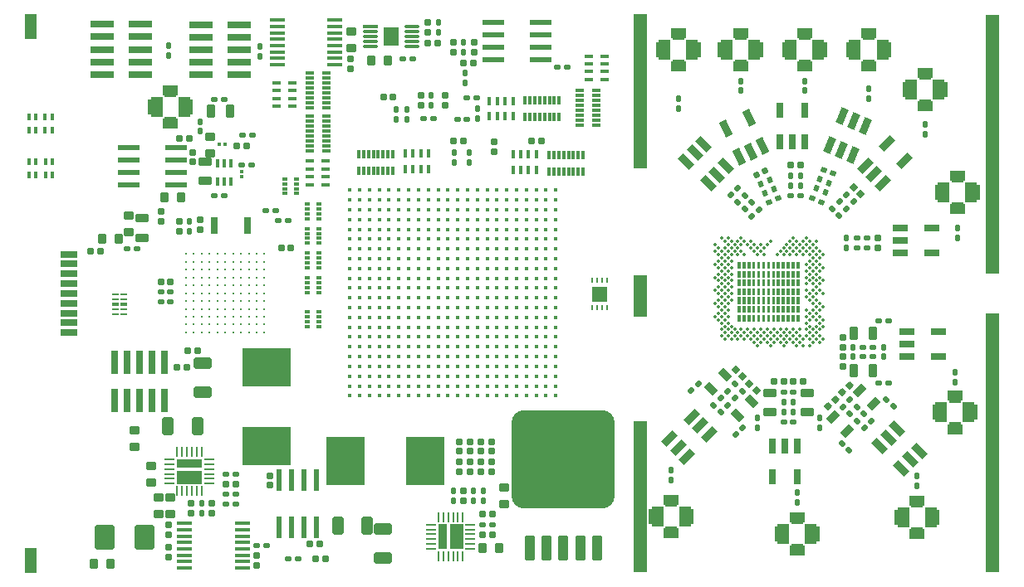
<source format=gtp>
G04 Layer_Color=8421504*
%FSLAX44Y44*%
%MOMM*%
G71*
G01*
G75*
G04:AMPARAMS|DCode=18|XSize=0.7mm|YSize=0.4mm|CornerRadius=0.05mm|HoleSize=0mm|Usage=FLASHONLY|Rotation=270.000|XOffset=0mm|YOffset=0mm|HoleType=Round|Shape=RoundedRectangle|*
%AMROUNDEDRECTD18*
21,1,0.7000,0.3000,0,0,270.0*
21,1,0.6000,0.4000,0,0,270.0*
1,1,0.1000,-0.1500,-0.3000*
1,1,0.1000,-0.1500,0.3000*
1,1,0.1000,0.1500,0.3000*
1,1,0.1000,0.1500,-0.3000*
%
%ADD18ROUNDEDRECTD18*%
%ADD19R,1.5500X1.0000*%
%ADD20R,1.2000X1.6000*%
%ADD21R,1.2000X1.2000*%
%ADD22R,1.2000X2.1500*%
G04:AMPARAMS|DCode=23|XSize=0.6mm|YSize=0.6mm|CornerRadius=0.06mm|HoleSize=0mm|Usage=FLASHONLY|Rotation=0.000|XOffset=0mm|YOffset=0mm|HoleType=Round|Shape=RoundedRectangle|*
%AMROUNDEDRECTD23*
21,1,0.6000,0.4800,0,0,0.0*
21,1,0.4800,0.6000,0,0,0.0*
1,1,0.1200,0.2400,-0.2400*
1,1,0.1200,-0.2400,-0.2400*
1,1,0.1200,-0.2400,0.2400*
1,1,0.1200,0.2400,0.2400*
%
%ADD23ROUNDEDRECTD23*%
G04:AMPARAMS|DCode=24|XSize=1mm|YSize=0.9mm|CornerRadius=0.1125mm|HoleSize=0mm|Usage=FLASHONLY|Rotation=0.000|XOffset=0mm|YOffset=0mm|HoleType=Round|Shape=RoundedRectangle|*
%AMROUNDEDRECTD24*
21,1,1.0000,0.6750,0,0,0.0*
21,1,0.7750,0.9000,0,0,0.0*
1,1,0.2250,0.3875,-0.3375*
1,1,0.2250,-0.3875,-0.3375*
1,1,0.2250,-0.3875,0.3375*
1,1,0.2250,0.3875,0.3375*
%
%ADD24ROUNDEDRECTD24*%
G04:AMPARAMS|DCode=25|XSize=1mm|YSize=0.9mm|CornerRadius=0.1125mm|HoleSize=0mm|Usage=FLASHONLY|Rotation=270.000|XOffset=0mm|YOffset=0mm|HoleType=Round|Shape=RoundedRectangle|*
%AMROUNDEDRECTD25*
21,1,1.0000,0.6750,0,0,270.0*
21,1,0.7750,0.9000,0,0,270.0*
1,1,0.2250,-0.3375,-0.3875*
1,1,0.2250,-0.3375,0.3875*
1,1,0.2250,0.3375,0.3875*
1,1,0.2250,0.3375,-0.3875*
%
%ADD25ROUNDEDRECTD25*%
%ADD26R,0.4000X0.8500*%
G04:AMPARAMS|DCode=27|XSize=0.6mm|YSize=0.6mm|CornerRadius=0.06mm|HoleSize=0mm|Usage=FLASHONLY|Rotation=90.000|XOffset=0mm|YOffset=0mm|HoleType=Round|Shape=RoundedRectangle|*
%AMROUNDEDRECTD27*
21,1,0.6000,0.4800,0,0,90.0*
21,1,0.4800,0.6000,0,0,90.0*
1,1,0.1200,0.2400,0.2400*
1,1,0.1200,0.2400,-0.2400*
1,1,0.1200,-0.2400,-0.2400*
1,1,0.1200,-0.2400,0.2400*
%
%ADD27ROUNDEDRECTD27*%
%ADD28R,2.2000X0.5500*%
%ADD29R,1.5000X0.3500*%
%ADD30R,0.5500X2.2000*%
%ADD31R,1.3000X2.6000*%
G04:AMPARAMS|DCode=32|XSize=0.5mm|YSize=0.6mm|CornerRadius=0.05mm|HoleSize=0mm|Usage=FLASHONLY|Rotation=270.000|XOffset=0mm|YOffset=0mm|HoleType=Round|Shape=RoundedRectangle|*
%AMROUNDEDRECTD32*
21,1,0.5000,0.5000,0,0,270.0*
21,1,0.4000,0.6000,0,0,270.0*
1,1,0.1000,-0.2500,-0.2000*
1,1,0.1000,-0.2500,0.2000*
1,1,0.1000,0.2500,0.2000*
1,1,0.1000,0.2500,-0.2000*
%
%ADD32ROUNDEDRECTD32*%
G04:AMPARAMS|DCode=33|XSize=0.5mm|YSize=0.6mm|CornerRadius=0.05mm|HoleSize=0mm|Usage=FLASHONLY|Rotation=0.000|XOffset=0mm|YOffset=0mm|HoleType=Round|Shape=RoundedRectangle|*
%AMROUNDEDRECTD33*
21,1,0.5000,0.5000,0,0,0.0*
21,1,0.4000,0.6000,0,0,0.0*
1,1,0.1000,0.2000,-0.2500*
1,1,0.1000,-0.2000,-0.2500*
1,1,0.1000,-0.2000,0.2500*
1,1,0.1000,0.2000,0.2500*
%
%ADD33ROUNDEDRECTD33*%
%ADD34R,2.4000X0.7500*%
%ADD35R,0.7500X2.4000*%
G04:AMPARAMS|DCode=36|XSize=2.5mm|YSize=2mm|CornerRadius=0.25mm|HoleSize=0mm|Usage=FLASHONLY|Rotation=90.000|XOffset=0mm|YOffset=0mm|HoleType=Round|Shape=RoundedRectangle|*
%AMROUNDEDRECTD36*
21,1,2.5000,1.5000,0,0,90.0*
21,1,2.0000,2.0000,0,0,90.0*
1,1,0.5000,0.7500,1.0000*
1,1,0.5000,0.7500,-1.0000*
1,1,0.5000,-0.7500,-1.0000*
1,1,0.5000,-0.7500,1.0000*
%
%ADD36ROUNDEDRECTD36*%
%ADD37R,0.3500X0.3000*%
%ADD38R,0.3000X0.3500*%
%ADD39R,0.2500X0.6250*%
%ADD40R,1.6000X1.6000*%
G04:AMPARAMS|DCode=41|XSize=2.5mm|YSize=1.1mm|CornerRadius=0.1375mm|HoleSize=0mm|Usage=FLASHONLY|Rotation=270.000|XOffset=0mm|YOffset=0mm|HoleType=Round|Shape=RoundedRectangle|*
%AMROUNDEDRECTD41*
21,1,2.5000,0.8250,0,0,270.0*
21,1,2.2250,1.1000,0,0,270.0*
1,1,0.2750,-0.4125,-1.1125*
1,1,0.2750,-0.4125,1.1125*
1,1,0.2750,0.4125,1.1125*
1,1,0.2750,0.4125,-1.1125*
%
%ADD41ROUNDEDRECTD41*%
G04:AMPARAMS|DCode=42|XSize=10mm|YSize=10.5mm|CornerRadius=1.25mm|HoleSize=0mm|Usage=FLASHONLY|Rotation=270.000|XOffset=0mm|YOffset=0mm|HoleType=Round|Shape=RoundedRectangle|*
%AMROUNDEDRECTD42*
21,1,10.0000,8.0000,0,0,270.0*
21,1,7.5000,10.5000,0,0,270.0*
1,1,2.5000,-4.0000,-3.7500*
1,1,2.5000,-4.0000,3.7500*
1,1,2.5000,4.0000,3.7500*
1,1,2.5000,4.0000,-3.7500*
%
%ADD42ROUNDEDRECTD42*%
G04:AMPARAMS|DCode=43|XSize=1.3mm|YSize=0.8mm|CornerRadius=0.1mm|HoleSize=0mm|Usage=FLASHONLY|Rotation=180.000|XOffset=0mm|YOffset=0mm|HoleType=Round|Shape=RoundedRectangle|*
%AMROUNDEDRECTD43*
21,1,1.3000,0.6000,0,0,180.0*
21,1,1.1000,0.8000,0,0,180.0*
1,1,0.2000,-0.5500,0.3000*
1,1,0.2000,0.5500,0.3000*
1,1,0.2000,0.5500,-0.3000*
1,1,0.2000,-0.5500,-0.3000*
%
%ADD43ROUNDEDRECTD43*%
%ADD44R,5.0000X4.0000*%
%ADD45R,2.5500X0.9000*%
%ADD46R,2.5500X1.4000*%
%ADD47R,0.2500X1.0000*%
%ADD48R,1.0000X0.2500*%
G04:AMPARAMS|DCode=49|XSize=1.8mm|YSize=1.15mm|CornerRadius=0.1437mm|HoleSize=0mm|Usage=FLASHONLY|Rotation=0.000|XOffset=0mm|YOffset=0mm|HoleType=Round|Shape=RoundedRectangle|*
%AMROUNDEDRECTD49*
21,1,1.8000,0.8625,0,0,0.0*
21,1,1.5125,1.1500,0,0,0.0*
1,1,0.2875,0.7562,-0.4313*
1,1,0.2875,-0.7562,-0.4313*
1,1,0.2875,-0.7562,0.4313*
1,1,0.2875,0.7562,0.4313*
%
%ADD49ROUNDEDRECTD49*%
G04:AMPARAMS|DCode=50|XSize=1.8mm|YSize=1.15mm|CornerRadius=0.1437mm|HoleSize=0mm|Usage=FLASHONLY|Rotation=90.000|XOffset=0mm|YOffset=0mm|HoleType=Round|Shape=RoundedRectangle|*
%AMROUNDEDRECTD50*
21,1,1.8000,0.8625,0,0,90.0*
21,1,1.5125,1.1500,0,0,90.0*
1,1,0.2875,0.4313,0.7562*
1,1,0.2875,0.4313,-0.7562*
1,1,0.2875,-0.4313,-0.7562*
1,1,0.2875,-0.4313,0.7562*
%
%ADD50ROUNDEDRECTD50*%
G04:AMPARAMS|DCode=51|XSize=1.3mm|YSize=0.8mm|CornerRadius=0.1mm|HoleSize=0mm|Usage=FLASHONLY|Rotation=90.000|XOffset=0mm|YOffset=0mm|HoleType=Round|Shape=RoundedRectangle|*
%AMROUNDEDRECTD51*
21,1,1.3000,0.6000,0,0,90.0*
21,1,1.1000,0.8000,0,0,90.0*
1,1,0.2000,0.3000,0.5500*
1,1,0.2000,0.3000,-0.5500*
1,1,0.2000,-0.3000,-0.5500*
1,1,0.2000,-0.3000,0.5500*
%
%ADD51ROUNDEDRECTD51*%
G04:AMPARAMS|DCode=52|XSize=1.3mm|YSize=0.8mm|CornerRadius=0.1mm|HoleSize=0mm|Usage=FLASHONLY|Rotation=45.000|XOffset=0mm|YOffset=0mm|HoleType=Round|Shape=RoundedRectangle|*
%AMROUNDEDRECTD52*
21,1,1.3000,0.6000,0,0,45.0*
21,1,1.1000,0.8000,0,0,45.0*
1,1,0.2000,0.6010,0.1768*
1,1,0.2000,-0.1768,-0.6010*
1,1,0.2000,-0.6010,-0.1768*
1,1,0.2000,0.1768,0.6010*
%
%ADD52ROUNDEDRECTD52*%
G04:AMPARAMS|DCode=53|XSize=1.3mm|YSize=0.8mm|CornerRadius=0.1mm|HoleSize=0mm|Usage=FLASHONLY|Rotation=315.000|XOffset=0mm|YOffset=0mm|HoleType=Round|Shape=RoundedRectangle|*
%AMROUNDEDRECTD53*
21,1,1.3000,0.6000,0,0,315.0*
21,1,1.1000,0.8000,0,0,315.0*
1,1,0.2000,0.1768,-0.6010*
1,1,0.2000,-0.6010,0.1768*
1,1,0.2000,-0.1768,0.6010*
1,1,0.2000,0.6010,-0.1768*
%
%ADD53ROUNDEDRECTD53*%
G04:AMPARAMS|DCode=54|XSize=0.5mm|YSize=0.6mm|CornerRadius=0.05mm|HoleSize=0mm|Usage=FLASHONLY|Rotation=67.500|XOffset=0mm|YOffset=0mm|HoleType=Round|Shape=RoundedRectangle|*
%AMROUNDEDRECTD54*
21,1,0.5000,0.5000,0,0,67.5*
21,1,0.4000,0.6000,0,0,67.5*
1,1,0.1000,0.3075,0.0891*
1,1,0.1000,0.1544,-0.2804*
1,1,0.1000,-0.3075,-0.0891*
1,1,0.1000,-0.1544,0.2804*
%
%ADD54ROUNDEDRECTD54*%
%ADD55R,0.9500X0.4000*%
%ADD56R,0.4000X0.9500*%
%ADD57R,0.9500X0.3500*%
%ADD58R,0.3500X0.9500*%
%ADD59R,0.9000X2.5500*%
%ADD60R,1.4000X2.5500*%
%ADD61R,4.0000X5.0000*%
%ADD62R,0.6000X0.4500*%
%ADD63R,0.6000X0.3000*%
%ADD64R,0.8000X1.7000*%
G04:AMPARAMS|DCode=65|XSize=0.5mm|YSize=0.6mm|CornerRadius=0.05mm|HoleSize=0mm|Usage=FLASHONLY|Rotation=135.000|XOffset=0mm|YOffset=0mm|HoleType=Round|Shape=RoundedRectangle|*
%AMROUNDEDRECTD65*
21,1,0.5000,0.5000,0,0,135.0*
21,1,0.4000,0.6000,0,0,135.0*
1,1,0.1000,0.0354,0.3182*
1,1,0.1000,0.3182,0.0354*
1,1,0.1000,-0.0354,-0.3182*
1,1,0.1000,-0.3182,-0.0354*
%
%ADD65ROUNDEDRECTD65*%
G04:AMPARAMS|DCode=66|XSize=0.5mm|YSize=0.6mm|CornerRadius=0.05mm|HoleSize=0mm|Usage=FLASHONLY|Rotation=337.500|XOffset=0mm|YOffset=0mm|HoleType=Round|Shape=RoundedRectangle|*
%AMROUNDEDRECTD66*
21,1,0.5000,0.5000,0,0,337.5*
21,1,0.4000,0.6000,0,0,337.5*
1,1,0.1000,0.0891,-0.3075*
1,1,0.1000,-0.2804,-0.1544*
1,1,0.1000,-0.0891,0.3075*
1,1,0.1000,0.2804,0.1544*
%
%ADD66ROUNDEDRECTD66*%
G04:AMPARAMS|DCode=67|XSize=0.76mm|YSize=1.65mm|CornerRadius=0mm|HoleSize=0mm|Usage=FLASHONLY|Rotation=315.000|XOffset=0mm|YOffset=0mm|HoleType=Round|Shape=Rectangle|*
%AMROTATEDRECTD67*
4,1,4,-0.8521,-0.3147,0.3147,0.8521,0.8521,0.3147,-0.3147,-0.8521,-0.8521,-0.3147,0.0*
%
%ADD67ROTATEDRECTD67*%

G04:AMPARAMS|DCode=68|XSize=0.6mm|YSize=0.6mm|CornerRadius=0.06mm|HoleSize=0mm|Usage=FLASHONLY|Rotation=225.000|XOffset=0mm|YOffset=0mm|HoleType=Round|Shape=RoundedRectangle|*
%AMROUNDEDRECTD68*
21,1,0.6000,0.4800,0,0,225.0*
21,1,0.4800,0.6000,0,0,225.0*
1,1,0.1200,-0.3394,0.0000*
1,1,0.1200,0.0000,0.3394*
1,1,0.1200,0.3394,0.0000*
1,1,0.1200,0.0000,-0.3394*
%
%ADD68ROUNDEDRECTD68*%
G04:AMPARAMS|DCode=69|XSize=0.5mm|YSize=0.6mm|CornerRadius=0.05mm|HoleSize=0mm|Usage=FLASHONLY|Rotation=225.000|XOffset=0mm|YOffset=0mm|HoleType=Round|Shape=RoundedRectangle|*
%AMROUNDEDRECTD69*
21,1,0.5000,0.5000,0,0,225.0*
21,1,0.4000,0.6000,0,0,225.0*
1,1,0.1000,-0.3182,0.0354*
1,1,0.1000,-0.0354,0.3182*
1,1,0.1000,0.3182,-0.0354*
1,1,0.1000,0.0354,-0.3182*
%
%ADD69ROUNDEDRECTD69*%
G04:AMPARAMS|DCode=70|XSize=0.5mm|YSize=0.6mm|CornerRadius=0.05mm|HoleSize=0mm|Usage=FLASHONLY|Rotation=25.000|XOffset=0mm|YOffset=0mm|HoleType=Round|Shape=RoundedRectangle|*
%AMROUNDEDRECTD70*
21,1,0.5000,0.5000,0,0,25.0*
21,1,0.4000,0.6000,0,0,25.0*
1,1,0.1000,0.2869,-0.1421*
1,1,0.1000,-0.0756,-0.3111*
1,1,0.1000,-0.2869,0.1421*
1,1,0.1000,0.0756,0.3111*
%
%ADD70ROUNDEDRECTD70*%
G04:AMPARAMS|DCode=71|XSize=0.5mm|YSize=0.6mm|CornerRadius=0.05mm|HoleSize=0mm|Usage=FLASHONLY|Rotation=115.000|XOffset=0mm|YOffset=0mm|HoleType=Round|Shape=RoundedRectangle|*
%AMROUNDEDRECTD71*
21,1,0.5000,0.5000,0,0,115.0*
21,1,0.4000,0.6000,0,0,115.0*
1,1,0.1000,0.1421,0.2869*
1,1,0.1000,0.3111,-0.0756*
1,1,0.1000,-0.1421,-0.2869*
1,1,0.1000,-0.3111,0.0756*
%
%ADD71ROUNDEDRECTD71*%
G04:AMPARAMS|DCode=72|XSize=0.6mm|YSize=0.6mm|CornerRadius=0.06mm|HoleSize=0mm|Usage=FLASHONLY|Rotation=315.000|XOffset=0mm|YOffset=0mm|HoleType=Round|Shape=RoundedRectangle|*
%AMROUNDEDRECTD72*
21,1,0.6000,0.4800,0,0,315.0*
21,1,0.4800,0.6000,0,0,315.0*
1,1,0.1200,0.0000,-0.3394*
1,1,0.1200,-0.3394,0.0000*
1,1,0.1200,0.0000,0.3394*
1,1,0.1200,0.3394,0.0000*
%
%ADD72ROUNDEDRECTD72*%
G04:AMPARAMS|DCode=73|XSize=0.6mm|YSize=0.6mm|CornerRadius=0.06mm|HoleSize=0mm|Usage=FLASHONLY|Rotation=115.000|XOffset=0mm|YOffset=0mm|HoleType=Round|Shape=RoundedRectangle|*
%AMROUNDEDRECTD73*
21,1,0.6000,0.4800,0,0,115.0*
21,1,0.4800,0.6000,0,0,115.0*
1,1,0.1200,0.1161,0.3189*
1,1,0.1200,0.3189,-0.1161*
1,1,0.1200,-0.1161,-0.3189*
1,1,0.1200,-0.3189,0.1161*
%
%ADD73ROUNDEDRECTD73*%
G04:AMPARAMS|DCode=74|XSize=0.76mm|YSize=1.65mm|CornerRadius=0mm|HoleSize=0mm|Usage=FLASHONLY|Rotation=45.000|XOffset=0mm|YOffset=0mm|HoleType=Round|Shape=Rectangle|*
%AMROTATEDRECTD74*
4,1,4,0.3147,-0.8521,-0.8521,0.3147,-0.3147,0.8521,0.8521,-0.3147,0.3147,-0.8521,0.0*
%
%ADD74ROTATEDRECTD74*%

%ADD75R,0.7600X1.6500*%
G04:AMPARAMS|DCode=76|XSize=0.76mm|YSize=1.65mm|CornerRadius=0mm|HoleSize=0mm|Usage=FLASHONLY|Rotation=157.500|XOffset=0mm|YOffset=0mm|HoleType=Round|Shape=Rectangle|*
%AMROTATEDRECTD76*
4,1,4,0.6668,0.6168,0.0354,-0.9076,-0.6668,-0.6168,-0.0354,0.9076,0.6668,0.6168,0.0*
%
%ADD76ROTATEDRECTD76*%

G04:AMPARAMS|DCode=77|XSize=0.76mm|YSize=1.65mm|CornerRadius=0mm|HoleSize=0mm|Usage=FLASHONLY|Rotation=25.000|XOffset=0mm|YOffset=0mm|HoleType=Round|Shape=Rectangle|*
%AMROTATEDRECTD77*
4,1,4,0.0043,-0.9083,-0.6931,0.5871,-0.0043,0.9083,0.6931,-0.5871,0.0043,-0.9083,0.0*
%
%ADD77ROTATEDRECTD77*%

%ADD78R,1.6500X0.7600*%
%ADD79R,0.6750X0.4000*%
%ADD80R,0.6750X0.2000*%
%ADD81C,0.3500*%
%ADD82R,0.2000X0.2000*%
G04:AMPARAMS|DCode=83|XSize=1.6mm|YSize=1.9mm|CornerRadius=0.2mm|HoleSize=0mm|Usage=FLASHONLY|Rotation=180.000|XOffset=0mm|YOffset=0mm|HoleType=Round|Shape=RoundedRectangle|*
%AMROUNDEDRECTD83*
21,1,1.6000,1.5000,0,0,180.0*
21,1,1.2000,1.9000,0,0,180.0*
1,1,0.4000,-0.6000,0.7500*
1,1,0.4000,0.6000,0.7500*
1,1,0.4000,0.6000,-0.7500*
1,1,0.4000,-0.6000,-0.7500*
%
%ADD83ROUNDEDRECTD83*%
%ADD84O,1.6000X0.3000*%
G04:AMPARAMS|DCode=85|XSize=1.6mm|YSize=0.3mm|CornerRadius=0.0375mm|HoleSize=0mm|Usage=FLASHONLY|Rotation=0.000|XOffset=0mm|YOffset=0mm|HoleType=Round|Shape=RoundedRectangle|*
%AMROUNDEDRECTD85*
21,1,1.6000,0.2250,0,0,0.0*
21,1,1.5250,0.3000,0,0,0.0*
1,1,0.0750,0.7625,-0.1125*
1,1,0.0750,-0.7625,-0.1125*
1,1,0.0750,-0.7625,0.1125*
1,1,0.0750,0.7625,0.1125*
%
%ADD85ROUNDEDRECTD85*%
%ADD86C,0.3800*%
%ADD87C,0.2500*%
%ADD88R,1.4500X15.7750*%
%ADD89R,1.4500X26.5000*%
%ADD90R,1.4500X15.5000*%
%ADD91R,1.4500X4.2000*%
%ADD93R,1.8000X0.7000*%
G36*
X792910Y325134D02*
X789910D01*
Y332133D01*
X792910D01*
Y325134D01*
D02*
G37*
G36*
X787910D02*
X784910D01*
Y332133D01*
X787910D01*
Y325134D01*
D02*
G37*
G36*
X782910D02*
X779910D01*
Y332133D01*
X782910D01*
Y325134D01*
D02*
G37*
G36*
X777910D02*
X774910D01*
Y332133D01*
X777910D01*
Y325134D01*
D02*
G37*
G36*
X772910D02*
X769910D01*
Y332133D01*
X772910D01*
Y325134D01*
D02*
G37*
G36*
X767910D02*
X764910D01*
Y332133D01*
X767910D01*
Y325134D01*
D02*
G37*
G36*
X762910D02*
X759910D01*
Y332133D01*
X762910D01*
Y325134D01*
D02*
G37*
G36*
X757910D02*
X754910D01*
Y332133D01*
X757910D01*
Y325134D01*
D02*
G37*
G36*
X752910D02*
X749910D01*
Y332133D01*
X752910D01*
Y325134D01*
D02*
G37*
G36*
X747910D02*
X744910D01*
Y332133D01*
X747910D01*
Y325134D01*
D02*
G37*
G36*
X742910D02*
X739910D01*
Y332133D01*
X742910D01*
Y325134D01*
D02*
G37*
G36*
X737910D02*
X734910D01*
Y332133D01*
X737910D01*
Y325134D01*
D02*
G37*
G36*
X732910D02*
X729910D01*
Y332133D01*
X732910D01*
Y325134D01*
D02*
G37*
G36*
X792910Y316133D02*
X789910D01*
Y323134D01*
X792910D01*
Y316133D01*
D02*
G37*
G36*
X787910D02*
X784910D01*
Y323134D01*
X787910D01*
Y316133D01*
D02*
G37*
G36*
X782910D02*
X779910D01*
Y323134D01*
X782910D01*
Y316133D01*
D02*
G37*
G36*
X777910D02*
X774910D01*
Y323134D01*
X777910D01*
Y316133D01*
D02*
G37*
G36*
X772910D02*
X769910D01*
Y323134D01*
X772910D01*
Y316133D01*
D02*
G37*
G36*
X767910D02*
X764910D01*
Y323134D01*
X767910D01*
Y316133D01*
D02*
G37*
G36*
X762910D02*
X759910D01*
Y323134D01*
X762910D01*
Y316133D01*
D02*
G37*
G36*
X757910D02*
X754910D01*
Y323134D01*
X757910D01*
Y316133D01*
D02*
G37*
G36*
X752910D02*
X749910D01*
Y323134D01*
X752910D01*
Y316133D01*
D02*
G37*
G36*
X747910D02*
X744910D01*
Y323134D01*
X747910D01*
Y316133D01*
D02*
G37*
G36*
X742910D02*
X739910D01*
Y323134D01*
X742910D01*
Y316133D01*
D02*
G37*
G36*
X737910D02*
X734910D01*
Y323134D01*
X737910D01*
Y316133D01*
D02*
G37*
G36*
X732910D02*
X729910D01*
Y323134D01*
X732910D01*
Y316133D01*
D02*
G37*
G36*
X792910Y307134D02*
X789910D01*
Y314133D01*
X792910D01*
Y307134D01*
D02*
G37*
G36*
X787910D02*
X784910D01*
Y314133D01*
X787910D01*
Y307134D01*
D02*
G37*
G36*
X782910D02*
X779910D01*
Y314133D01*
X782910D01*
Y307134D01*
D02*
G37*
G36*
X777910D02*
X774910D01*
Y314133D01*
X777910D01*
Y307134D01*
D02*
G37*
G36*
X772910D02*
X769910D01*
Y314133D01*
X772910D01*
Y307134D01*
D02*
G37*
G36*
X767910D02*
X764910D01*
Y314133D01*
X767910D01*
Y307134D01*
D02*
G37*
G36*
X762910D02*
X759910D01*
Y314133D01*
X762910D01*
Y307134D01*
D02*
G37*
G36*
X757910D02*
X754910D01*
Y314133D01*
X757910D01*
Y307134D01*
D02*
G37*
G36*
X752910D02*
X749910D01*
Y314133D01*
X752910D01*
Y307134D01*
D02*
G37*
G36*
X747910D02*
X744910D01*
Y314133D01*
X747910D01*
Y307134D01*
D02*
G37*
G36*
X742910D02*
X739910D01*
Y314133D01*
X742910D01*
Y307134D01*
D02*
G37*
G36*
X737910D02*
X734910D01*
Y314133D01*
X737910D01*
Y307134D01*
D02*
G37*
G36*
X732910D02*
X729910D01*
Y314133D01*
X732910D01*
Y307134D01*
D02*
G37*
G36*
X792910Y298134D02*
X789910D01*
Y305133D01*
X792910D01*
Y298134D01*
D02*
G37*
G36*
X787910D02*
X784910D01*
Y305133D01*
X787910D01*
Y298134D01*
D02*
G37*
G36*
X782910D02*
X779910D01*
Y305133D01*
X782910D01*
Y298134D01*
D02*
G37*
G36*
X777910D02*
X774910D01*
Y305133D01*
X777910D01*
Y298134D01*
D02*
G37*
G36*
X772910D02*
X769910D01*
Y305133D01*
X772910D01*
Y298134D01*
D02*
G37*
G36*
X767910D02*
X764910D01*
Y305133D01*
X767910D01*
Y298134D01*
D02*
G37*
G36*
X762910D02*
X759910D01*
Y305133D01*
X762910D01*
Y298134D01*
D02*
G37*
G36*
X757910D02*
X754910D01*
Y305133D01*
X757910D01*
Y298134D01*
D02*
G37*
G36*
X752910D02*
X749910D01*
Y305133D01*
X752910D01*
Y298134D01*
D02*
G37*
G36*
X747910D02*
X744910D01*
Y305133D01*
X747910D01*
Y298134D01*
D02*
G37*
G36*
X742910D02*
X739910D01*
Y305133D01*
X742910D01*
Y298134D01*
D02*
G37*
G36*
X737910D02*
X734910D01*
Y305133D01*
X737910D01*
Y298134D01*
D02*
G37*
G36*
X732910D02*
X729910D01*
Y305133D01*
X732910D01*
Y298134D01*
D02*
G37*
G36*
X792910Y289133D02*
X789910D01*
Y296133D01*
X792910D01*
Y289133D01*
D02*
G37*
G36*
X787910D02*
X784910D01*
Y296133D01*
X787910D01*
Y289133D01*
D02*
G37*
G36*
X782910D02*
X779910D01*
Y296133D01*
X782910D01*
Y289133D01*
D02*
G37*
G36*
X777910D02*
X774910D01*
Y296133D01*
X777910D01*
Y289133D01*
D02*
G37*
G36*
X772910D02*
X769910D01*
Y296133D01*
X772910D01*
Y289133D01*
D02*
G37*
G36*
X767910D02*
X764910D01*
Y296133D01*
X767910D01*
Y289133D01*
D02*
G37*
G36*
X762910D02*
X759910D01*
Y296133D01*
X762910D01*
Y289133D01*
D02*
G37*
G36*
X757910D02*
X754910D01*
Y296133D01*
X757910D01*
Y289133D01*
D02*
G37*
G36*
X752910D02*
X749910D01*
Y296133D01*
X752910D01*
Y289133D01*
D02*
G37*
G36*
X747910D02*
X744910D01*
Y296133D01*
X747910D01*
Y289133D01*
D02*
G37*
G36*
X742910D02*
X739910D01*
Y296133D01*
X742910D01*
Y289133D01*
D02*
G37*
G36*
X737910D02*
X734910D01*
Y296133D01*
X737910D01*
Y289133D01*
D02*
G37*
G36*
X732910D02*
X729910D01*
Y296133D01*
X732910D01*
Y289133D01*
D02*
G37*
G36*
X792910Y280134D02*
X789910D01*
Y287134D01*
X792910D01*
Y280134D01*
D02*
G37*
G36*
X787910D02*
X784910D01*
Y287134D01*
X787910D01*
Y280134D01*
D02*
G37*
G36*
X782910D02*
X779910D01*
Y287134D01*
X782910D01*
Y280134D01*
D02*
G37*
G36*
X777910D02*
X774910D01*
Y287134D01*
X777910D01*
Y280134D01*
D02*
G37*
G36*
X772910D02*
X769910D01*
Y287134D01*
X772910D01*
Y280134D01*
D02*
G37*
G36*
X767910D02*
X764910D01*
Y287134D01*
X767910D01*
Y280134D01*
D02*
G37*
G36*
X762910D02*
X759910D01*
Y287134D01*
X762910D01*
Y280134D01*
D02*
G37*
G36*
X757910D02*
X754910D01*
Y287134D01*
X757910D01*
Y280134D01*
D02*
G37*
G36*
X752910D02*
X749910D01*
Y287134D01*
X752910D01*
Y280134D01*
D02*
G37*
G36*
X747910D02*
X744910D01*
Y287134D01*
X747910D01*
Y280134D01*
D02*
G37*
G36*
X742910D02*
X739910D01*
Y287134D01*
X742910D01*
Y280134D01*
D02*
G37*
G36*
X737910D02*
X734910D01*
Y287134D01*
X737910D01*
Y280134D01*
D02*
G37*
G36*
X732910D02*
X729910D01*
Y287134D01*
X732910D01*
Y280134D01*
D02*
G37*
G36*
X792910Y271134D02*
X789910D01*
Y278134D01*
X792910D01*
Y271134D01*
D02*
G37*
G36*
X787910D02*
X784910D01*
Y278134D01*
X787910D01*
Y271134D01*
D02*
G37*
G36*
X782910D02*
X779910D01*
Y278134D01*
X782910D01*
Y271134D01*
D02*
G37*
G36*
X777910D02*
X774910D01*
Y278134D01*
X777910D01*
Y271134D01*
D02*
G37*
G36*
X772910D02*
X769910D01*
Y278134D01*
X772910D01*
Y271134D01*
D02*
G37*
G36*
X767910D02*
X764910D01*
Y278134D01*
X767910D01*
Y271134D01*
D02*
G37*
G36*
X762910D02*
X759910D01*
Y278134D01*
X762910D01*
Y271134D01*
D02*
G37*
G36*
X757910D02*
X754910D01*
Y278134D01*
X757910D01*
Y271134D01*
D02*
G37*
G36*
X752910D02*
X749910D01*
Y278134D01*
X752910D01*
Y271134D01*
D02*
G37*
G36*
X747910D02*
X744910D01*
Y278134D01*
X747910D01*
Y271134D01*
D02*
G37*
G36*
X742910D02*
X739910D01*
Y278134D01*
X742910D01*
Y271134D01*
D02*
G37*
G36*
X737910D02*
X734910D01*
Y278134D01*
X737910D01*
Y271134D01*
D02*
G37*
G36*
X732910D02*
X729910D01*
Y278134D01*
X732910D01*
Y271134D01*
D02*
G37*
D18*
X24250Y434750D02*
D03*
Y420750D02*
D03*
X31250Y420750D02*
D03*
Y434750D02*
D03*
X14500D02*
D03*
Y420750D02*
D03*
X7500Y420750D02*
D03*
Y434750D02*
D03*
X24000Y480500D02*
D03*
Y466500D02*
D03*
X31000Y466500D02*
D03*
Y480500D02*
D03*
X14500Y480500D02*
D03*
Y466500D02*
D03*
X7500Y466500D02*
D03*
Y480500D02*
D03*
D19*
X953750Y386000D02*
D03*
Y420000D02*
D03*
X951250Y195500D02*
D03*
Y161500D02*
D03*
X790400Y71500D02*
D03*
Y37500D02*
D03*
X912750Y88250D02*
D03*
Y54250D02*
D03*
X662250Y89250D02*
D03*
Y55250D02*
D03*
X732750Y532000D02*
D03*
Y566000D02*
D03*
X920750Y491000D02*
D03*
Y525000D02*
D03*
X669336Y532000D02*
D03*
Y566000D02*
D03*
X863500Y532000D02*
D03*
Y566000D02*
D03*
X798000Y532000D02*
D03*
Y566000D02*
D03*
X151500Y473750D02*
D03*
Y507750D02*
D03*
D20*
X970750Y403000D02*
D03*
X936750D02*
D03*
X934250Y178500D02*
D03*
X968250D02*
D03*
X773400Y54500D02*
D03*
X807400D02*
D03*
X895750Y71250D02*
D03*
X929750D02*
D03*
X645250Y72250D02*
D03*
X679250D02*
D03*
X749750Y549000D02*
D03*
X715750D02*
D03*
X937750Y508000D02*
D03*
X903750D02*
D03*
X686336Y549000D02*
D03*
X652336D02*
D03*
X880500Y549000D02*
D03*
X846500D02*
D03*
X815000D02*
D03*
X781000D02*
D03*
X168500Y490750D02*
D03*
X134500D02*
D03*
D21*
X953750Y419000D02*
D03*
Y387000D02*
D03*
X951250Y162500D02*
D03*
Y194500D02*
D03*
X790400Y38500D02*
D03*
Y70500D02*
D03*
X912750Y55250D02*
D03*
Y87250D02*
D03*
X662250Y56250D02*
D03*
Y88250D02*
D03*
X732750Y565000D02*
D03*
Y533000D02*
D03*
X920750Y524000D02*
D03*
Y492000D02*
D03*
X669336Y565000D02*
D03*
Y533000D02*
D03*
X863500Y565000D02*
D03*
Y533000D02*
D03*
X798000Y565000D02*
D03*
Y533000D02*
D03*
X151500Y506750D02*
D03*
Y474750D02*
D03*
D22*
X939750Y403000D02*
D03*
X967750D02*
D03*
X965250Y178500D02*
D03*
X937250D02*
D03*
X804400Y54500D02*
D03*
X776400D02*
D03*
X926750Y71250D02*
D03*
X898750D02*
D03*
X676250Y72250D02*
D03*
X648250D02*
D03*
X718750Y549000D02*
D03*
X746750D02*
D03*
X906750Y508000D02*
D03*
X934750D02*
D03*
X655336Y549000D02*
D03*
X683336D02*
D03*
X849500Y549000D02*
D03*
X877500D02*
D03*
X784000D02*
D03*
X812000D02*
D03*
X137500Y490750D02*
D03*
X165500D02*
D03*
D23*
X252750Y114000D02*
D03*
Y104000D02*
D03*
X142000Y383750D02*
D03*
Y373750D02*
D03*
X174500Y434250D02*
D03*
Y444250D02*
D03*
X335250Y529250D02*
D03*
Y539250D02*
D03*
X446000Y127750D02*
D03*
Y117750D02*
D03*
Y148750D02*
D03*
Y138750D02*
D03*
X457000Y127750D02*
D03*
Y117750D02*
D03*
Y148750D02*
D03*
Y138750D02*
D03*
X468000Y148750D02*
D03*
Y138750D02*
D03*
Y127750D02*
D03*
Y117750D02*
D03*
X479250Y148750D02*
D03*
Y138750D02*
D03*
Y127750D02*
D03*
Y117750D02*
D03*
X161000Y363250D02*
D03*
Y373250D02*
D03*
X194000Y85750D02*
D03*
Y75750D02*
D03*
X173000Y75750D02*
D03*
Y85750D02*
D03*
X450250Y98500D02*
D03*
X450250Y88500D02*
D03*
X181750Y375500D02*
D03*
Y365500D02*
D03*
X407000Y492000D02*
D03*
Y502000D02*
D03*
X432000Y492000D02*
D03*
Y502000D02*
D03*
X481500Y445000D02*
D03*
Y455000D02*
D03*
X239250Y32500D02*
D03*
Y22500D02*
D03*
X149500Y41000D02*
D03*
Y31000D02*
D03*
X149500Y63750D02*
D03*
Y53750D02*
D03*
X836954Y255227D02*
D03*
Y245227D02*
D03*
X836954Y225227D02*
D03*
Y235227D02*
D03*
X872540Y356537D02*
D03*
Y346537D02*
D03*
X461000Y546500D02*
D03*
Y556500D02*
D03*
X439750Y556500D02*
D03*
Y546500D02*
D03*
X414250Y566500D02*
D03*
Y576500D02*
D03*
D24*
X115000Y160250D02*
D03*
Y143250D02*
D03*
X492000Y102000D02*
D03*
Y85000D02*
D03*
X139500Y74750D02*
D03*
Y91750D02*
D03*
X131750Y124250D02*
D03*
Y107250D02*
D03*
X336250Y567500D02*
D03*
Y550500D02*
D03*
X151250Y91500D02*
D03*
Y74500D02*
D03*
X109250Y379500D02*
D03*
Y362500D02*
D03*
X192250Y443250D02*
D03*
Y460250D02*
D03*
D25*
X162750Y397750D02*
D03*
X145750D02*
D03*
X99000Y355750D02*
D03*
X82000Y355750D02*
D03*
X90750Y24000D02*
D03*
X73750D02*
D03*
X487000Y40250D02*
D03*
X470000D02*
D03*
X356000Y538250D02*
D03*
X373000D02*
D03*
D26*
X200000Y433250D02*
D03*
X206500D02*
D03*
X213000D02*
D03*
Y414250D02*
D03*
X206500D02*
D03*
X200000D02*
D03*
D27*
X160750Y458250D02*
D03*
X170750D02*
D03*
X80500Y342750D02*
D03*
X70500D02*
D03*
X158000Y225000D02*
D03*
X168000D02*
D03*
X179250Y241750D02*
D03*
X169250D02*
D03*
X414250Y555500D02*
D03*
X424250D02*
D03*
X293500Y44000D02*
D03*
X303500D02*
D03*
X310000Y29250D02*
D03*
X300000D02*
D03*
X208000Y105250D02*
D03*
X218000D02*
D03*
X141750Y311750D02*
D03*
X151750Y311750D02*
D03*
X520000Y456000D02*
D03*
X530000D02*
D03*
X378750Y500750D02*
D03*
X368750D02*
D03*
X469750Y53500D02*
D03*
X479750D02*
D03*
Y74500D02*
D03*
X469750D02*
D03*
X264500Y346250D02*
D03*
X274500D02*
D03*
X460250Y535500D02*
D03*
X450250Y535500D02*
D03*
X440000Y456000D02*
D03*
X450000D02*
D03*
X219500Y450500D02*
D03*
X229500D02*
D03*
X796805Y209839D02*
D03*
X786805D02*
D03*
X794260Y430924D02*
D03*
X784260D02*
D03*
X766805Y209839D02*
D03*
X776805D02*
D03*
D28*
X157250Y410950D02*
D03*
Y423650D02*
D03*
Y436350D02*
D03*
Y449050D02*
D03*
X109250Y410950D02*
D03*
Y423650D02*
D03*
Y436350D02*
D03*
Y449050D02*
D03*
X528750Y538450D02*
D03*
Y551150D02*
D03*
Y563850D02*
D03*
Y576550D02*
D03*
X480750Y538450D02*
D03*
Y551150D02*
D03*
Y563850D02*
D03*
Y576550D02*
D03*
D29*
X165750Y65250D02*
D03*
Y58750D02*
D03*
Y52250D02*
D03*
Y45750D02*
D03*
Y39250D02*
D03*
Y32750D02*
D03*
Y26250D02*
D03*
Y19750D02*
D03*
X224750Y65250D02*
D03*
Y58750D02*
D03*
Y52250D02*
D03*
Y45750D02*
D03*
Y39250D02*
D03*
Y32750D02*
D03*
Y26250D02*
D03*
Y19750D02*
D03*
X319500Y533500D02*
D03*
Y540000D02*
D03*
Y546500D02*
D03*
Y553000D02*
D03*
Y559500D02*
D03*
Y566000D02*
D03*
Y572500D02*
D03*
Y579000D02*
D03*
X260500Y533500D02*
D03*
Y540000D02*
D03*
Y546500D02*
D03*
Y553000D02*
D03*
Y559500D02*
D03*
Y566000D02*
D03*
Y572500D02*
D03*
Y579000D02*
D03*
D30*
X261950Y61250D02*
D03*
X274650D02*
D03*
X287350D02*
D03*
X300050D02*
D03*
X261950Y109250D02*
D03*
X274650D02*
D03*
X287350D02*
D03*
X300050D02*
D03*
D31*
X9250Y572500D02*
D03*
Y27500D02*
D03*
D32*
X867954Y235227D02*
D03*
X857954D02*
D03*
X857954Y245227D02*
D03*
X867954D02*
D03*
X249000Y384250D02*
D03*
X259000D02*
D03*
X271750Y374250D02*
D03*
X261750D02*
D03*
X388750Y539750D02*
D03*
X398750D02*
D03*
X281500Y29250D02*
D03*
X271500Y29250D02*
D03*
X117750Y345250D02*
D03*
X107750D02*
D03*
X208000Y84750D02*
D03*
X218000D02*
D03*
X208000Y94750D02*
D03*
X218000D02*
D03*
X208000Y115750D02*
D03*
X218000D02*
D03*
X141750Y301250D02*
D03*
X151750D02*
D03*
X151750Y291250D02*
D03*
X141750D02*
D03*
X556250Y531000D02*
D03*
X546250D02*
D03*
X469750Y64000D02*
D03*
X479750D02*
D03*
X196500Y400250D02*
D03*
X206500D02*
D03*
X464000Y500000D02*
D03*
X454000D02*
D03*
X419750Y478500D02*
D03*
X409750D02*
D03*
X444000Y478000D02*
D03*
X454000D02*
D03*
X224500Y430750D02*
D03*
X234500D02*
D03*
X239250Y42500D02*
D03*
X249250D02*
D03*
X883674Y272160D02*
D03*
X873674D02*
D03*
X794260Y399924D02*
D03*
X784260D02*
D03*
X786805Y199339D02*
D03*
X776805D02*
D03*
X861441Y356378D02*
D03*
X851441D02*
D03*
X861437Y346487D02*
D03*
X851437D02*
D03*
X786805Y168339D02*
D03*
X776805D02*
D03*
X883656Y208367D02*
D03*
X873656D02*
D03*
X235000Y461250D02*
D03*
X225000D02*
D03*
X196500Y498250D02*
D03*
X206500D02*
D03*
D33*
X878454Y245227D02*
D03*
Y235227D02*
D03*
X150000Y553000D02*
D03*
Y543000D02*
D03*
X183500Y85750D02*
D03*
Y75750D02*
D03*
X439750Y88500D02*
D03*
Y98500D02*
D03*
X460750Y88500D02*
D03*
Y98500D02*
D03*
X470750Y88500D02*
D03*
Y98500D02*
D03*
X912750Y103250D02*
D03*
Y113250D02*
D03*
X662250Y109750D02*
D03*
Y119750D02*
D03*
X790400Y86500D02*
D03*
Y96500D02*
D03*
X441250Y443750D02*
D03*
Y433750D02*
D03*
X456000Y443750D02*
D03*
Y433750D02*
D03*
X464500Y478750D02*
D03*
Y488750D02*
D03*
X417500Y502000D02*
D03*
Y492000D02*
D03*
X392500Y477750D02*
D03*
Y487750D02*
D03*
X381750Y477750D02*
D03*
Y487750D02*
D03*
X451750Y515250D02*
D03*
Y525250D02*
D03*
X181750Y475500D02*
D03*
Y465500D02*
D03*
X749656Y163117D02*
D03*
Y173117D02*
D03*
X863500Y509000D02*
D03*
X863500Y499000D02*
D03*
X776805Y178839D02*
D03*
Y188839D02*
D03*
X794260Y420424D02*
D03*
Y410424D02*
D03*
X784260Y420424D02*
D03*
Y410424D02*
D03*
X847346Y245223D02*
D03*
Y235223D02*
D03*
X786805Y188839D02*
D03*
Y178839D02*
D03*
X920757Y472550D02*
D03*
Y462550D02*
D03*
X669336Y498836D02*
D03*
Y488836D02*
D03*
X953803Y366934D02*
D03*
Y356934D02*
D03*
X813796Y163102D02*
D03*
Y173102D02*
D03*
X798000Y517000D02*
D03*
Y507000D02*
D03*
X732750Y517000D02*
D03*
X732750Y507000D02*
D03*
X242500Y542000D02*
D03*
Y552000D02*
D03*
X171250Y373250D02*
D03*
Y363250D02*
D03*
X450250Y546500D02*
D03*
Y556500D02*
D03*
X424750Y566500D02*
D03*
Y576500D02*
D03*
X840941Y356379D02*
D03*
Y346379D02*
D03*
X951250Y209500D02*
D03*
Y219500D02*
D03*
D34*
X82000Y574750D02*
D03*
X121000Y574750D02*
D03*
X82000Y562000D02*
D03*
X121000D02*
D03*
X82000Y549250D02*
D03*
X121000Y549250D02*
D03*
X82000Y536500D02*
D03*
X121000Y536500D02*
D03*
X82000Y523750D02*
D03*
X121000Y523750D02*
D03*
X221750Y523500D02*
D03*
X182750Y523500D02*
D03*
X221750Y536250D02*
D03*
X182750Y536250D02*
D03*
X221750Y549000D02*
D03*
X182750Y549000D02*
D03*
X221750Y561750D02*
D03*
X182750D02*
D03*
X221750Y574500D02*
D03*
X182750Y574500D02*
D03*
D35*
X94750Y191000D02*
D03*
X94750Y230000D02*
D03*
X107500Y191000D02*
D03*
Y230000D02*
D03*
X120250Y191000D02*
D03*
X120250Y230000D02*
D03*
X133000Y191000D02*
D03*
X133000Y230000D02*
D03*
X145750Y191000D02*
D03*
X145750Y230000D02*
D03*
D36*
X125500Y50750D02*
D03*
X84500D02*
D03*
D37*
X224250Y424550D02*
D03*
Y418950D02*
D03*
D38*
X207300Y452750D02*
D03*
X201700D02*
D03*
D39*
X596750Y285500D02*
D03*
X591750D02*
D03*
X586750D02*
D03*
X581750D02*
D03*
Y313500D02*
D03*
X586750D02*
D03*
X591750D02*
D03*
X596750D02*
D03*
D40*
X589250Y299500D02*
D03*
D41*
X569300Y39750D02*
D03*
X552250D02*
D03*
X535200D02*
D03*
X518150D02*
D03*
X586350D02*
D03*
D42*
X552250Y130750D02*
D03*
D43*
X123000Y357000D02*
D03*
Y377000D02*
D03*
X762600Y178736D02*
D03*
Y198736D02*
D03*
X801050Y178743D02*
D03*
Y198743D02*
D03*
X187000Y434750D02*
D03*
Y414750D02*
D03*
D44*
X250000Y143750D02*
D03*
Y224250D02*
D03*
D45*
X171000Y126750D02*
D03*
D46*
Y112250D02*
D03*
D47*
X183500Y98250D02*
D03*
X178500D02*
D03*
X173500D02*
D03*
X168500Y98250D02*
D03*
X163500Y98250D02*
D03*
X158500Y98250D02*
D03*
Y138250D02*
D03*
X163500D02*
D03*
X168500Y138250D02*
D03*
X173500Y138250D02*
D03*
X178500D02*
D03*
X183500D02*
D03*
X449750Y31500D02*
D03*
X444750D02*
D03*
X439750D02*
D03*
X434750Y31500D02*
D03*
X429750D02*
D03*
X424750Y31500D02*
D03*
Y71500D02*
D03*
X429750D02*
D03*
X434750D02*
D03*
X439750D02*
D03*
X444750D02*
D03*
X449750D02*
D03*
D48*
X151000Y105750D02*
D03*
Y110750D02*
D03*
Y115750D02*
D03*
X151000Y120750D02*
D03*
Y125750D02*
D03*
Y130750D02*
D03*
X191000Y130750D02*
D03*
X191000Y125750D02*
D03*
Y120750D02*
D03*
X191000Y115750D02*
D03*
Y110750D02*
D03*
Y105750D02*
D03*
X457250Y64000D02*
D03*
Y59000D02*
D03*
Y54000D02*
D03*
X457250Y49000D02*
D03*
Y44000D02*
D03*
X457250Y39000D02*
D03*
X417250Y39000D02*
D03*
Y44000D02*
D03*
Y49000D02*
D03*
Y54000D02*
D03*
Y59000D02*
D03*
Y64000D02*
D03*
D49*
X184250Y199000D02*
D03*
Y229000D02*
D03*
X368000Y59500D02*
D03*
X368000Y29500D02*
D03*
D50*
X179000Y164500D02*
D03*
X149000D02*
D03*
X352250Y63250D02*
D03*
X322250D02*
D03*
D51*
X868053Y221130D02*
D03*
X848053D02*
D03*
X868046Y259581D02*
D03*
X848046D02*
D03*
X212750Y486000D02*
D03*
X192750Y486000D02*
D03*
D52*
X868623Y186991D02*
D03*
X854481Y201133D02*
D03*
X841440Y159797D02*
D03*
X827298Y173939D02*
D03*
D53*
X729938Y175784D02*
D03*
X744080Y189926D02*
D03*
X702744Y202967D02*
D03*
X716886Y217109D02*
D03*
D54*
X805891Y397155D02*
D03*
X815129Y393329D02*
D03*
X817945Y426258D02*
D03*
X827184Y422431D02*
D03*
D55*
X594000Y518500D02*
D03*
Y526500D02*
D03*
Y534500D02*
D03*
X594000Y542500D02*
D03*
X578000Y518500D02*
D03*
Y526500D02*
D03*
Y534500D02*
D03*
X578000Y542500D02*
D03*
X275500Y491250D02*
D03*
Y499250D02*
D03*
Y507250D02*
D03*
X275500Y515250D02*
D03*
X259500Y491250D02*
D03*
Y499250D02*
D03*
Y507250D02*
D03*
X259500Y515250D02*
D03*
X294000Y435000D02*
D03*
Y427000D02*
D03*
Y419000D02*
D03*
X294000Y411000D02*
D03*
X310000Y435000D02*
D03*
Y427000D02*
D03*
Y419000D02*
D03*
X310000Y411000D02*
D03*
D56*
X500750Y426250D02*
D03*
X508750D02*
D03*
X516750D02*
D03*
X524750Y426250D02*
D03*
X500750Y442250D02*
D03*
X508750D02*
D03*
X516750D02*
D03*
X524750Y442250D02*
D03*
X476750Y480750D02*
D03*
X484750D02*
D03*
X492750D02*
D03*
X500750Y480750D02*
D03*
X476750Y496750D02*
D03*
X484750D02*
D03*
X492750D02*
D03*
X500750Y496750D02*
D03*
X391000Y426750D02*
D03*
X399000D02*
D03*
X407000D02*
D03*
X415000D02*
D03*
X391000Y442750D02*
D03*
X399000D02*
D03*
X407000D02*
D03*
X415000D02*
D03*
D57*
X586000Y472000D02*
D03*
Y477000D02*
D03*
Y482000D02*
D03*
Y487000D02*
D03*
Y492000D02*
D03*
Y497000D02*
D03*
Y502000D02*
D03*
Y507000D02*
D03*
X569000Y472000D02*
D03*
Y477000D02*
D03*
Y482000D02*
D03*
Y487000D02*
D03*
X569000Y492000D02*
D03*
X569000Y497000D02*
D03*
Y502000D02*
D03*
Y507000D02*
D03*
X294000Y524750D02*
D03*
Y519750D02*
D03*
Y514750D02*
D03*
Y509750D02*
D03*
Y504750D02*
D03*
Y499750D02*
D03*
Y494750D02*
D03*
Y489750D02*
D03*
X311000Y524750D02*
D03*
Y519750D02*
D03*
Y514750D02*
D03*
Y509750D02*
D03*
X311000Y504750D02*
D03*
X311000Y499750D02*
D03*
Y494750D02*
D03*
Y489750D02*
D03*
X294000Y480750D02*
D03*
Y475750D02*
D03*
Y470750D02*
D03*
Y465750D02*
D03*
Y460750D02*
D03*
Y455750D02*
D03*
Y450750D02*
D03*
Y445750D02*
D03*
X311000Y480750D02*
D03*
Y475750D02*
D03*
Y470750D02*
D03*
Y465750D02*
D03*
X311000Y460750D02*
D03*
X311000Y455750D02*
D03*
Y450750D02*
D03*
Y445750D02*
D03*
D58*
X537500Y424750D02*
D03*
X542500D02*
D03*
X547500D02*
D03*
X552500D02*
D03*
X557500D02*
D03*
X562500D02*
D03*
X567500D02*
D03*
X572500D02*
D03*
X537500Y441750D02*
D03*
X542500D02*
D03*
X547500D02*
D03*
X552500D02*
D03*
X557500Y441750D02*
D03*
X562500Y441750D02*
D03*
X567500D02*
D03*
X572500D02*
D03*
X513000Y480250D02*
D03*
X518000D02*
D03*
X523000D02*
D03*
X528000D02*
D03*
X533000D02*
D03*
X538000D02*
D03*
X543000D02*
D03*
X548000D02*
D03*
X513000Y497250D02*
D03*
X518000D02*
D03*
X523000D02*
D03*
X528000D02*
D03*
X533000Y497250D02*
D03*
X538000Y497250D02*
D03*
X543000D02*
D03*
X548000D02*
D03*
X343500Y425250D02*
D03*
X348500D02*
D03*
X353500D02*
D03*
X358500D02*
D03*
X363500D02*
D03*
X368500D02*
D03*
X373500D02*
D03*
X378500D02*
D03*
X343500Y442250D02*
D03*
X348500D02*
D03*
X353500D02*
D03*
X358500D02*
D03*
X363500Y442250D02*
D03*
X368500Y442250D02*
D03*
X373500D02*
D03*
X378500D02*
D03*
D59*
X428750Y51500D02*
D03*
D60*
X443250D02*
D03*
D61*
X411000Y129250D02*
D03*
X330500D02*
D03*
D62*
X291250Y366250D02*
D03*
Y351250D02*
D03*
X303250Y366250D02*
D03*
Y351250D02*
D03*
X268500Y417000D02*
D03*
Y402000D02*
D03*
X280500Y417000D02*
D03*
Y402000D02*
D03*
X291250Y391000D02*
D03*
Y376000D02*
D03*
X303250Y391000D02*
D03*
Y376000D02*
D03*
X291250Y341250D02*
D03*
Y326250D02*
D03*
X303250Y341250D02*
D03*
Y326250D02*
D03*
X303250Y266000D02*
D03*
Y281000D02*
D03*
X291250Y266000D02*
D03*
Y281000D02*
D03*
X303250Y301000D02*
D03*
Y316000D02*
D03*
X291250Y301000D02*
D03*
Y316000D02*
D03*
D63*
X291250Y361250D02*
D03*
Y356250D02*
D03*
X303250Y361250D02*
D03*
Y356250D02*
D03*
X268500Y412000D02*
D03*
X268500Y407000D02*
D03*
X280500Y412000D02*
D03*
Y407000D02*
D03*
X291250Y386000D02*
D03*
Y381000D02*
D03*
X303250Y386000D02*
D03*
Y381000D02*
D03*
X291250Y336250D02*
D03*
Y331250D02*
D03*
X303250Y336250D02*
D03*
Y331250D02*
D03*
X303250Y271000D02*
D03*
X303250Y276000D02*
D03*
X291250Y271000D02*
D03*
Y276000D02*
D03*
X303250Y306000D02*
D03*
X303250Y311000D02*
D03*
X291250Y306000D02*
D03*
Y311000D02*
D03*
D64*
X196000Y369750D02*
D03*
X230000D02*
D03*
D65*
X727870Y155831D02*
D03*
X734941Y162902D02*
D03*
X843991Y191373D02*
D03*
X836920Y184302D02*
D03*
X712862Y192996D02*
D03*
X719933Y200067D02*
D03*
X847851Y393764D02*
D03*
X840780Y386693D02*
D03*
Y400835D02*
D03*
X833709Y393764D02*
D03*
X744454Y378478D02*
D03*
X751525Y385549D02*
D03*
X719933Y185925D02*
D03*
X727004Y192996D02*
D03*
X682585Y200796D02*
D03*
X689656Y207867D02*
D03*
X722534Y400398D02*
D03*
X729605Y407469D02*
D03*
X858840Y162382D02*
D03*
X865912Y169453D02*
D03*
D66*
X823166Y412730D02*
D03*
X819339Y403491D02*
D03*
X813927Y416557D02*
D03*
X810100Y407318D02*
D03*
D67*
X700912Y156014D02*
D03*
X691931Y164994D02*
D03*
X682951Y173975D02*
D03*
X660465Y151489D02*
D03*
X669445Y142508D02*
D03*
X678426Y133528D02*
D03*
X877762Y412785D02*
D03*
X868782Y421765D02*
D03*
X859801Y430745D02*
D03*
X882287Y453231D02*
D03*
X900248Y435271D02*
D03*
D68*
X727711Y221987D02*
D03*
X734782Y214916D02*
D03*
X748924Y200774D02*
D03*
X741853Y207845D02*
D03*
X855276Y401188D02*
D03*
X848205Y408259D02*
D03*
D69*
X888727Y184796D02*
D03*
X881656Y191867D02*
D03*
X843477Y139546D02*
D03*
X836406Y146617D02*
D03*
X851416Y169806D02*
D03*
X844345Y176877D02*
D03*
X858487Y176877D02*
D03*
X851416Y183948D02*
D03*
X729959Y392973D02*
D03*
X737030Y385902D02*
D03*
X826280Y386447D02*
D03*
X833351Y379376D02*
D03*
X737030Y400044D02*
D03*
X744101Y392973D02*
D03*
X705437Y185571D02*
D03*
X712508Y178500D02*
D03*
X734428Y200420D02*
D03*
X727357Y207491D02*
D03*
D70*
X762390Y415741D02*
D03*
X766617Y406678D02*
D03*
X753327Y411515D02*
D03*
X757553Y402452D02*
D03*
D71*
X761987Y393044D02*
D03*
X771050Y397270D02*
D03*
D72*
X822420Y184764D02*
D03*
X829491Y191835D02*
D03*
X843633Y205977D02*
D03*
X836562Y198906D02*
D03*
D73*
X757953Y425257D02*
D03*
X748890Y421031D02*
D03*
D74*
X892398Y161856D02*
D03*
X883417Y152876D02*
D03*
X874437Y143896D02*
D03*
X896923Y121410D02*
D03*
X905903Y130390D02*
D03*
X914883Y139370D02*
D03*
X699798Y412244D02*
D03*
X708778Y421225D02*
D03*
X717759Y430205D02*
D03*
X695273Y452691D02*
D03*
X686292Y443711D02*
D03*
X677312Y434730D02*
D03*
D75*
X765105Y144239D02*
D03*
X777805D02*
D03*
X790505D02*
D03*
X790505Y112439D02*
D03*
X765105Y112439D02*
D03*
X797960Y455024D02*
D03*
X785260D02*
D03*
X772560D02*
D03*
Y486824D02*
D03*
X797960D02*
D03*
D76*
X824054Y451470D02*
D03*
X835787Y446610D02*
D03*
X847520Y441750D02*
D03*
X859690Y471129D02*
D03*
X847956Y475989D02*
D03*
X836223Y480849D02*
D03*
D77*
X754746Y450354D02*
D03*
X743236Y444986D02*
D03*
X731726Y439619D02*
D03*
X718287Y468440D02*
D03*
X741307Y479174D02*
D03*
D78*
X902554Y235527D02*
D03*
Y248227D02*
D03*
Y260927D02*
D03*
X934354D02*
D03*
Y235527D02*
D03*
X896041Y341679D02*
D03*
Y354379D02*
D03*
Y367079D02*
D03*
X927841D02*
D03*
Y341679D02*
D03*
D79*
X104370Y288750D02*
D03*
X95630D02*
D03*
D80*
X104370Y298750D02*
D03*
Y293750D02*
D03*
Y283750D02*
D03*
Y278750D02*
D03*
X95630Y278750D02*
D03*
Y283750D02*
D03*
Y298750D02*
D03*
Y293750D02*
D03*
D81*
X750110Y246483D02*
D03*
X763430D02*
D03*
X776750D02*
D03*
X790070D02*
D03*
X796730D02*
D03*
X786740Y249813D02*
D03*
X780080D02*
D03*
X773420D02*
D03*
X766760D02*
D03*
X760100D02*
D03*
X753440D02*
D03*
X746780D02*
D03*
X793400D02*
D03*
X803390Y246483D02*
D03*
X796730Y253143D02*
D03*
X736790D02*
D03*
X743450D02*
D03*
X750110D02*
D03*
X756770D02*
D03*
X763430D02*
D03*
X770090D02*
D03*
X776750D02*
D03*
X783410D02*
D03*
X790070D02*
D03*
X740120Y256473D02*
D03*
X746780D02*
D03*
X753440D02*
D03*
X760100D02*
D03*
X766760D02*
D03*
X773420D02*
D03*
X780080D02*
D03*
X786740D02*
D03*
X793400D02*
D03*
X783410Y259803D02*
D03*
X790070D02*
D03*
X776750D02*
D03*
X770090D02*
D03*
X763430D02*
D03*
X756770D02*
D03*
X750110D02*
D03*
X743450D02*
D03*
X736790D02*
D03*
X813380Y263133D02*
D03*
X806720D02*
D03*
X800060D02*
D03*
X793400D02*
D03*
X786740D02*
D03*
X780080D02*
D03*
X773420D02*
D03*
X766760D02*
D03*
X760100D02*
D03*
X753440D02*
D03*
X746780D02*
D03*
X740120D02*
D03*
X733460D02*
D03*
X713480Y256473D02*
D03*
X716810Y253143D02*
D03*
X713480Y263133D02*
D03*
X716810Y259803D02*
D03*
X720140Y256473D02*
D03*
X723470Y253143D02*
D03*
X730130Y259803D02*
D03*
X733460Y256473D02*
D03*
X726800D02*
D03*
X730130Y253143D02*
D03*
X723470Y259803D02*
D03*
X720140Y263133D02*
D03*
X716810Y266463D02*
D03*
X710150Y273123D02*
D03*
X713480Y269793D02*
D03*
X706820Y276453D02*
D03*
X726800Y263133D02*
D03*
X723470Y266463D02*
D03*
X720140Y269793D02*
D03*
X713480Y276453D02*
D03*
X716810Y273123D02*
D03*
X710150Y279783D02*
D03*
X720140Y276453D02*
D03*
X716810Y279783D02*
D03*
X710150Y286443D02*
D03*
X713480Y283113D02*
D03*
X706820Y289773D02*
D03*
X720140Y283113D02*
D03*
X716810Y286443D02*
D03*
X710150Y293103D02*
D03*
X713480Y289773D02*
D03*
X720140Y289773D02*
D03*
X716810Y293103D02*
D03*
X710150Y299763D02*
D03*
X713480Y296433D02*
D03*
X706820Y303093D02*
D03*
X723470Y293103D02*
D03*
X720140Y296433D02*
D03*
X716810Y299763D02*
D03*
X710150Y306423D02*
D03*
X713480Y303093D02*
D03*
X723470Y299763D02*
D03*
X720140Y303093D02*
D03*
X716810Y306423D02*
D03*
X710150Y313083D02*
D03*
X713480Y309753D02*
D03*
X706820Y316413D02*
D03*
X723470Y306423D02*
D03*
X720140Y309753D02*
D03*
X716810Y313083D02*
D03*
X710150Y319743D02*
D03*
X713480Y316413D02*
D03*
X723470Y313083D02*
D03*
X720140Y316413D02*
D03*
X716810Y319743D02*
D03*
X710150Y326403D02*
D03*
X713480Y323073D02*
D03*
X706820Y329733D02*
D03*
X723470Y319743D02*
D03*
X720140Y323073D02*
D03*
X716810Y326403D02*
D03*
X710150Y333063D02*
D03*
X713480Y329733D02*
D03*
X723470Y326403D02*
D03*
X720140Y329733D02*
D03*
X716810Y333063D02*
D03*
X710150Y339723D02*
D03*
X713480Y336393D02*
D03*
X706820Y343053D02*
D03*
X723470Y333063D02*
D03*
X720140Y336393D02*
D03*
X716810Y339723D02*
D03*
X710150Y346383D02*
D03*
X713480Y343053D02*
D03*
X706820Y349713D02*
D03*
X723470Y339723D02*
D03*
X720140Y343053D02*
D03*
X716810Y346383D02*
D03*
X730130Y339723D02*
D03*
X726800Y343053D02*
D03*
X723470Y346383D02*
D03*
X716810Y353044D02*
D03*
X720140Y349714D02*
D03*
X713480Y356373D02*
D03*
X720140D02*
D03*
X726800Y349714D02*
D03*
X723470Y353044D02*
D03*
X730130Y346383D02*
D03*
X733460Y343053D02*
D03*
X736790Y339723D02*
D03*
X733460Y349714D02*
D03*
X730130Y353044D02*
D03*
X733460Y356373D02*
D03*
X736790Y353044D02*
D03*
X753440Y349714D02*
D03*
X740120D02*
D03*
X743450Y353044D02*
D03*
Y346384D02*
D03*
X746780Y349714D02*
D03*
X750110Y346384D02*
D03*
X746780Y343053D02*
D03*
X763430Y353044D02*
D03*
X760100Y349714D02*
D03*
X756770Y346384D02*
D03*
X753440Y343053D02*
D03*
X750110Y339723D02*
D03*
X756770D02*
D03*
X810050Y353044D02*
D03*
X803390Y253143D02*
D03*
X800060Y256473D02*
D03*
X806720Y249813D02*
D03*
X813380D02*
D03*
X803390Y259803D02*
D03*
X810050Y253143D02*
D03*
X806720Y256473D02*
D03*
X813380D02*
D03*
X816710Y253143D02*
D03*
X803390Y266463D02*
D03*
X800060Y269793D02*
D03*
X810050Y259803D02*
D03*
X803390Y273123D02*
D03*
X800060Y276453D02*
D03*
X810050Y266463D02*
D03*
X813380Y269793D02*
D03*
X816710Y266463D02*
D03*
X803390Y279783D02*
D03*
X800060Y283113D02*
D03*
X810050Y273123D02*
D03*
X806720Y276453D02*
D03*
X813380D02*
D03*
X816710Y273123D02*
D03*
X810050Y279783D02*
D03*
X806720Y283113D02*
D03*
X813380D02*
D03*
X803390Y293103D02*
D03*
X800060Y296433D02*
D03*
X810050Y286443D02*
D03*
X806720Y289773D02*
D03*
X813380D02*
D03*
X816710Y286443D02*
D03*
X803390Y299763D02*
D03*
X800060Y303093D02*
D03*
X810050Y293103D02*
D03*
X806720Y296433D02*
D03*
Y303093D02*
D03*
X810050Y299763D02*
D03*
X800060Y309753D02*
D03*
X806720D02*
D03*
X810050Y306423D02*
D03*
X800060Y316413D02*
D03*
X803390Y313083D02*
D03*
X816710Y299763D02*
D03*
X813380Y303093D02*
D03*
X803390Y319743D02*
D03*
X806720Y316413D02*
D03*
X800060Y323073D02*
D03*
X813380Y309753D02*
D03*
X810050Y313083D02*
D03*
X813380Y316413D02*
D03*
X816710Y313083D02*
D03*
X770090Y339723D02*
D03*
X773420Y343053D02*
D03*
X776750Y339723D02*
D03*
X783410D02*
D03*
X776750Y346384D02*
D03*
X780080Y343053D02*
D03*
X783410Y346384D02*
D03*
X780080Y349714D02*
D03*
X790070Y339723D02*
D03*
X786740Y343053D02*
D03*
X803390Y326403D02*
D03*
X800060Y329733D02*
D03*
X810050Y319743D02*
D03*
X806720Y323073D02*
D03*
X813380Y329733D02*
D03*
X816710Y326403D02*
D03*
X810050D02*
D03*
X813380Y323073D02*
D03*
X790070Y353044D02*
D03*
X786740Y356373D02*
D03*
Y349714D02*
D03*
X783410Y353044D02*
D03*
X803390Y333063D02*
D03*
X806720Y329733D02*
D03*
X796730Y339723D02*
D03*
X790070Y346384D02*
D03*
X793400Y343053D02*
D03*
X810050Y333063D02*
D03*
X806720Y336393D02*
D03*
X800060Y343053D02*
D03*
X803390Y339723D02*
D03*
X793400Y349714D02*
D03*
X796730Y346384D02*
D03*
X800060Y349714D02*
D03*
X796730Y353044D02*
D03*
X806720Y343053D02*
D03*
X803390Y346384D02*
D03*
X810050Y339723D02*
D03*
X813380Y336393D02*
D03*
X816710Y339723D02*
D03*
X813380Y343053D02*
D03*
X810050Y346384D02*
D03*
X806720Y349714D02*
D03*
X803390Y353044D02*
D03*
X800060Y356373D02*
D03*
D82*
X761660Y301133D02*
D03*
D83*
X376750Y562500D02*
D03*
D84*
X397750Y552500D02*
D03*
Y557500D02*
D03*
Y562500D02*
D03*
Y567500D02*
D03*
Y572500D02*
D03*
X355750Y552500D02*
D03*
Y557500D02*
D03*
Y562500D02*
D03*
Y567500D02*
D03*
D85*
Y572500D02*
D03*
D86*
X544500Y195500D02*
D03*
X534500D02*
D03*
X524500D02*
D03*
X514500D02*
D03*
X504500D02*
D03*
X494500D02*
D03*
X484500D02*
D03*
X474500D02*
D03*
X464500D02*
D03*
X454500D02*
D03*
X444500D02*
D03*
X434500D02*
D03*
X424500D02*
D03*
X414500D02*
D03*
X404500D02*
D03*
X394500D02*
D03*
X384500D02*
D03*
X374500D02*
D03*
X364500D02*
D03*
X354500D02*
D03*
X344500D02*
D03*
X334500D02*
D03*
X544500Y205500D02*
D03*
X534500D02*
D03*
X524500D02*
D03*
X514500D02*
D03*
X504500D02*
D03*
X494500D02*
D03*
X484500D02*
D03*
X474500D02*
D03*
X464500D02*
D03*
X454500D02*
D03*
X444500D02*
D03*
X434500D02*
D03*
X424500D02*
D03*
X414500D02*
D03*
X404500D02*
D03*
X394500D02*
D03*
X384500D02*
D03*
X374500D02*
D03*
X364500D02*
D03*
X354500D02*
D03*
X344500D02*
D03*
X334500D02*
D03*
X544500Y215500D02*
D03*
X534500D02*
D03*
X524500D02*
D03*
X514500D02*
D03*
X504500D02*
D03*
X494500D02*
D03*
X484500D02*
D03*
X474500D02*
D03*
X464500D02*
D03*
X454500D02*
D03*
X444500D02*
D03*
X434500D02*
D03*
X424500D02*
D03*
X414500D02*
D03*
X404500D02*
D03*
X394500D02*
D03*
X384500D02*
D03*
X374500D02*
D03*
X364500D02*
D03*
X354500D02*
D03*
X344500D02*
D03*
X334500D02*
D03*
X544500Y225500D02*
D03*
X534500D02*
D03*
X524500D02*
D03*
X514500D02*
D03*
X504500D02*
D03*
X494500D02*
D03*
X484500D02*
D03*
X474500D02*
D03*
X464500D02*
D03*
X454500D02*
D03*
X444500D02*
D03*
X434500D02*
D03*
X424500D02*
D03*
X414500D02*
D03*
X404500D02*
D03*
X394500D02*
D03*
X384500D02*
D03*
X374500D02*
D03*
X364500D02*
D03*
X354500D02*
D03*
X344500D02*
D03*
X334500D02*
D03*
X544500Y235500D02*
D03*
X534500D02*
D03*
X524500D02*
D03*
X514500D02*
D03*
X504500D02*
D03*
X494500D02*
D03*
X484500D02*
D03*
X474500D02*
D03*
X464500D02*
D03*
X454500D02*
D03*
X444500D02*
D03*
X434500D02*
D03*
X424500D02*
D03*
X414500D02*
D03*
X404500D02*
D03*
X394500D02*
D03*
X384500D02*
D03*
X374500D02*
D03*
X364500D02*
D03*
X354500D02*
D03*
X344500D02*
D03*
X334500D02*
D03*
X544500Y245500D02*
D03*
X534500D02*
D03*
X524500D02*
D03*
X514500D02*
D03*
X504500D02*
D03*
X494500D02*
D03*
X484500D02*
D03*
X474500D02*
D03*
X464500D02*
D03*
X454500D02*
D03*
X444500D02*
D03*
X434500D02*
D03*
X424500D02*
D03*
X414500D02*
D03*
X404500D02*
D03*
X394500D02*
D03*
X384500D02*
D03*
X374500D02*
D03*
X364500D02*
D03*
X354500D02*
D03*
X344500D02*
D03*
X334500D02*
D03*
X544500Y255500D02*
D03*
X534500D02*
D03*
X524500D02*
D03*
X514500D02*
D03*
X504500D02*
D03*
X494500D02*
D03*
X484500D02*
D03*
X474500D02*
D03*
X464500D02*
D03*
X454500D02*
D03*
X444500D02*
D03*
X434500D02*
D03*
X424500D02*
D03*
X414500D02*
D03*
X404500D02*
D03*
X394500D02*
D03*
X384500D02*
D03*
X374500D02*
D03*
X364500D02*
D03*
X354500D02*
D03*
X344500D02*
D03*
X334500D02*
D03*
X544500Y265500D02*
D03*
X534500D02*
D03*
X524500D02*
D03*
X514500D02*
D03*
X504500D02*
D03*
X494500D02*
D03*
X484500D02*
D03*
X474500D02*
D03*
X464500D02*
D03*
X454500D02*
D03*
X444500D02*
D03*
X434500D02*
D03*
X424500D02*
D03*
X414500D02*
D03*
X404500D02*
D03*
X394500D02*
D03*
X384500D02*
D03*
X374500D02*
D03*
X364500D02*
D03*
X354500D02*
D03*
X344500D02*
D03*
X334500D02*
D03*
X544500Y275500D02*
D03*
X534500D02*
D03*
X524500D02*
D03*
X514500D02*
D03*
X504500D02*
D03*
X494500D02*
D03*
X484500D02*
D03*
X474500D02*
D03*
X464500D02*
D03*
X454500D02*
D03*
X444500D02*
D03*
X434500D02*
D03*
X424500D02*
D03*
X414500D02*
D03*
X404500D02*
D03*
X394500D02*
D03*
X384500D02*
D03*
X374500D02*
D03*
X364500D02*
D03*
X354500D02*
D03*
X344500D02*
D03*
X334500D02*
D03*
X544500Y285500D02*
D03*
X534500D02*
D03*
X524500D02*
D03*
X514500D02*
D03*
X504500D02*
D03*
X494500D02*
D03*
X484500D02*
D03*
X474500D02*
D03*
X464500D02*
D03*
X454500D02*
D03*
X444500D02*
D03*
X434500D02*
D03*
X424500D02*
D03*
X414500D02*
D03*
X404500D02*
D03*
X394500D02*
D03*
X384500D02*
D03*
X374500D02*
D03*
X364500D02*
D03*
X354500D02*
D03*
X344500D02*
D03*
X334500D02*
D03*
X544500Y295500D02*
D03*
X534500D02*
D03*
X524500D02*
D03*
X514500D02*
D03*
X504500D02*
D03*
X494500D02*
D03*
X484500D02*
D03*
X474500D02*
D03*
X464500D02*
D03*
X454500D02*
D03*
X444500D02*
D03*
X434500D02*
D03*
X424500D02*
D03*
X414500D02*
D03*
X404500D02*
D03*
X394500D02*
D03*
X384500D02*
D03*
X374500D02*
D03*
X364500D02*
D03*
X354500D02*
D03*
X344500D02*
D03*
X334500D02*
D03*
X544500Y305500D02*
D03*
X534500D02*
D03*
X524500D02*
D03*
X514500D02*
D03*
X504500D02*
D03*
X494500D02*
D03*
X484500D02*
D03*
X474500D02*
D03*
X464500D02*
D03*
X454500D02*
D03*
X444500D02*
D03*
X434500D02*
D03*
X424500D02*
D03*
X414500D02*
D03*
X404500D02*
D03*
X394500D02*
D03*
X384500D02*
D03*
X374500D02*
D03*
X364500D02*
D03*
X354500D02*
D03*
X344500D02*
D03*
X334500D02*
D03*
X544500Y315500D02*
D03*
X534500D02*
D03*
X524500D02*
D03*
X514500D02*
D03*
X504500D02*
D03*
X494500D02*
D03*
X484500D02*
D03*
X474500D02*
D03*
X464500D02*
D03*
X454500D02*
D03*
X444500D02*
D03*
X434500D02*
D03*
X424500D02*
D03*
X414500D02*
D03*
X404500D02*
D03*
X394500D02*
D03*
X384500D02*
D03*
X374500D02*
D03*
X364500D02*
D03*
X354500D02*
D03*
X344500D02*
D03*
X334500D02*
D03*
X544500Y325500D02*
D03*
X534500D02*
D03*
X524500D02*
D03*
X514500D02*
D03*
X504500D02*
D03*
X494500D02*
D03*
X484500D02*
D03*
X474500D02*
D03*
X464500D02*
D03*
X454500D02*
D03*
X444500D02*
D03*
X434500D02*
D03*
X424500D02*
D03*
X414500D02*
D03*
X404500D02*
D03*
X394500D02*
D03*
X384500D02*
D03*
X374500D02*
D03*
X364500D02*
D03*
X354500D02*
D03*
X344500D02*
D03*
X334500D02*
D03*
X544500Y335500D02*
D03*
X534500D02*
D03*
X524500D02*
D03*
X514500D02*
D03*
X504500D02*
D03*
X494500D02*
D03*
X484500D02*
D03*
X474500D02*
D03*
X464500D02*
D03*
X454500D02*
D03*
X444500D02*
D03*
X434500D02*
D03*
X424500D02*
D03*
X414500D02*
D03*
X404500D02*
D03*
X394500D02*
D03*
X384500D02*
D03*
X374500D02*
D03*
X364500D02*
D03*
X354500D02*
D03*
X344500D02*
D03*
X334500D02*
D03*
X544500Y345500D02*
D03*
X534500D02*
D03*
X524500D02*
D03*
X514500D02*
D03*
X504500D02*
D03*
X494500D02*
D03*
X484500D02*
D03*
X474500D02*
D03*
X464500D02*
D03*
X454500D02*
D03*
X444500D02*
D03*
X434500D02*
D03*
X424500D02*
D03*
X414500D02*
D03*
X404500D02*
D03*
X394500D02*
D03*
X384500D02*
D03*
X374500D02*
D03*
X364500D02*
D03*
X354500D02*
D03*
X344500D02*
D03*
X334500D02*
D03*
X544500Y355500D02*
D03*
X534500D02*
D03*
X524500D02*
D03*
X514500D02*
D03*
X504500D02*
D03*
X494500D02*
D03*
X484500D02*
D03*
X474500D02*
D03*
X464500D02*
D03*
X454500D02*
D03*
X444500D02*
D03*
X434500D02*
D03*
X424500D02*
D03*
X414500D02*
D03*
X404500D02*
D03*
X394500D02*
D03*
X384500D02*
D03*
X374500D02*
D03*
X364500D02*
D03*
X354500D02*
D03*
X344500D02*
D03*
X334500D02*
D03*
X544500Y365500D02*
D03*
X534500D02*
D03*
X524500D02*
D03*
X514500D02*
D03*
X504500D02*
D03*
X494500D02*
D03*
X484500D02*
D03*
X474500D02*
D03*
X464500D02*
D03*
X454500D02*
D03*
X444500D02*
D03*
X434500D02*
D03*
X424500D02*
D03*
X414500D02*
D03*
X404500D02*
D03*
X394500D02*
D03*
X384500D02*
D03*
X374500D02*
D03*
X364500D02*
D03*
X354500D02*
D03*
X344500D02*
D03*
X334500D02*
D03*
X544500Y375500D02*
D03*
X534500D02*
D03*
X524500D02*
D03*
X514500D02*
D03*
X504500D02*
D03*
X494500D02*
D03*
X484500D02*
D03*
X474500D02*
D03*
X464500D02*
D03*
X454500D02*
D03*
X444500D02*
D03*
X434500D02*
D03*
X424500D02*
D03*
X414500D02*
D03*
X404500D02*
D03*
X394500D02*
D03*
X384500D02*
D03*
X374500D02*
D03*
X364500D02*
D03*
X354500D02*
D03*
X344500D02*
D03*
X334500D02*
D03*
X544500Y385500D02*
D03*
X534500D02*
D03*
X524500D02*
D03*
X514500D02*
D03*
X504500D02*
D03*
X494500D02*
D03*
X484500D02*
D03*
X474500D02*
D03*
X464500D02*
D03*
X454500D02*
D03*
X444500D02*
D03*
X434500D02*
D03*
X424500D02*
D03*
X414500D02*
D03*
X404500D02*
D03*
X394500D02*
D03*
X384500D02*
D03*
X374500D02*
D03*
X364500D02*
D03*
X354500D02*
D03*
X344500D02*
D03*
X334500D02*
D03*
X544500Y395500D02*
D03*
X534500D02*
D03*
X524500D02*
D03*
X514500D02*
D03*
X504500D02*
D03*
X494500D02*
D03*
X484500D02*
D03*
X474500D02*
D03*
X464500D02*
D03*
X454500D02*
D03*
X444500D02*
D03*
X434500D02*
D03*
X424500D02*
D03*
X414500D02*
D03*
X404500D02*
D03*
X394500D02*
D03*
X384500D02*
D03*
X374500D02*
D03*
X364500D02*
D03*
X354500D02*
D03*
X344500D02*
D03*
X334500D02*
D03*
X544500Y405500D02*
D03*
X534500D02*
D03*
X524500D02*
D03*
X514500D02*
D03*
X504500D02*
D03*
X494500D02*
D03*
X484500D02*
D03*
X474500D02*
D03*
X464500D02*
D03*
X454500D02*
D03*
X444500D02*
D03*
X434500D02*
D03*
X424500D02*
D03*
X414500D02*
D03*
X404500D02*
D03*
X394500D02*
D03*
X384500D02*
D03*
X374500D02*
D03*
X364500D02*
D03*
X354500D02*
D03*
X344500D02*
D03*
X334500D02*
D03*
D87*
X167500Y260250D02*
D03*
Y268250D02*
D03*
Y276250D02*
D03*
Y284250D02*
D03*
Y292250D02*
D03*
Y300250D02*
D03*
Y308250D02*
D03*
Y316250D02*
D03*
Y324250D02*
D03*
Y332250D02*
D03*
Y340250D02*
D03*
X175500Y260250D02*
D03*
Y268250D02*
D03*
Y276250D02*
D03*
Y284250D02*
D03*
Y292250D02*
D03*
Y300250D02*
D03*
Y308250D02*
D03*
Y316250D02*
D03*
Y324250D02*
D03*
Y332250D02*
D03*
Y340250D02*
D03*
X183500Y260250D02*
D03*
Y268250D02*
D03*
Y276250D02*
D03*
Y284250D02*
D03*
Y292250D02*
D03*
Y300250D02*
D03*
Y308250D02*
D03*
Y316250D02*
D03*
Y324250D02*
D03*
Y332250D02*
D03*
Y340250D02*
D03*
X191500Y260250D02*
D03*
Y268250D02*
D03*
Y276250D02*
D03*
Y284250D02*
D03*
Y292250D02*
D03*
Y300250D02*
D03*
Y308250D02*
D03*
Y316250D02*
D03*
Y324250D02*
D03*
Y332250D02*
D03*
Y340250D02*
D03*
X199500Y260250D02*
D03*
Y268250D02*
D03*
Y276250D02*
D03*
Y284250D02*
D03*
Y292250D02*
D03*
Y300250D02*
D03*
Y308250D02*
D03*
Y316250D02*
D03*
Y324250D02*
D03*
Y332250D02*
D03*
Y340250D02*
D03*
X207500Y260250D02*
D03*
Y268250D02*
D03*
Y276250D02*
D03*
Y284250D02*
D03*
Y292250D02*
D03*
Y300250D02*
D03*
Y308250D02*
D03*
Y316250D02*
D03*
Y324250D02*
D03*
Y332250D02*
D03*
Y340250D02*
D03*
X215500Y260250D02*
D03*
Y268250D02*
D03*
Y276250D02*
D03*
Y284250D02*
D03*
Y292250D02*
D03*
Y300250D02*
D03*
Y308250D02*
D03*
Y316250D02*
D03*
Y324250D02*
D03*
Y332250D02*
D03*
Y340250D02*
D03*
X223500Y260250D02*
D03*
Y268250D02*
D03*
Y276250D02*
D03*
Y284250D02*
D03*
Y292250D02*
D03*
Y300250D02*
D03*
Y308250D02*
D03*
Y316250D02*
D03*
Y324250D02*
D03*
Y332250D02*
D03*
Y340250D02*
D03*
X231500Y260250D02*
D03*
Y268250D02*
D03*
Y276250D02*
D03*
Y284250D02*
D03*
Y292250D02*
D03*
Y300250D02*
D03*
Y308250D02*
D03*
Y316250D02*
D03*
Y324250D02*
D03*
Y332250D02*
D03*
Y340250D02*
D03*
X239500Y260250D02*
D03*
Y268250D02*
D03*
Y276250D02*
D03*
Y284250D02*
D03*
Y292250D02*
D03*
Y300250D02*
D03*
Y308250D02*
D03*
Y316250D02*
D03*
Y324250D02*
D03*
Y332250D02*
D03*
Y340250D02*
D03*
X247500Y260250D02*
D03*
Y268250D02*
D03*
Y276250D02*
D03*
Y284250D02*
D03*
Y292250D02*
D03*
Y300250D02*
D03*
Y308250D02*
D03*
Y316250D02*
D03*
Y324250D02*
D03*
Y332250D02*
D03*
Y340250D02*
D03*
D88*
X631000Y506750D02*
D03*
D89*
X990000Y452000D02*
D03*
Y147500D02*
D03*
D90*
X631000Y92750D02*
D03*
D91*
Y297250D02*
D03*
D93*
X48000Y260000D02*
D03*
Y280000D02*
D03*
Y300000D02*
D03*
X48000Y320000D02*
D03*
X48000Y340000D02*
D03*
Y330000D02*
D03*
Y310000D02*
D03*
Y290000D02*
D03*
Y270000D02*
D03*
M02*

</source>
